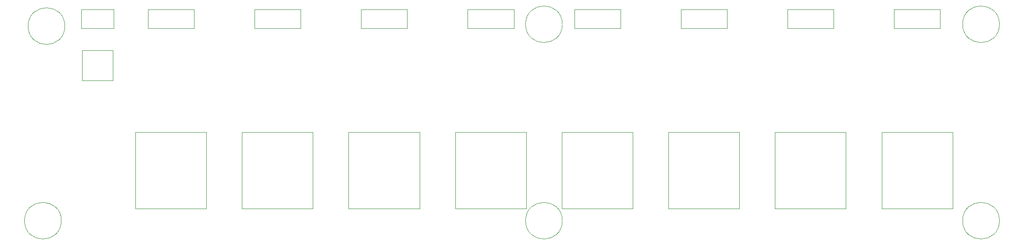
<source format=gbr>
G04 #@! TF.FileFunction,Other,User*
%FSLAX46Y46*%
G04 Gerber Fmt 4.6, Leading zero omitted, Abs format (unit mm)*
G04 Created by KiCad (PCBNEW 4.0.7) date Monday, 21 May 2018 'PMt' 08:29:24 PM*
%MOMM*%
%LPD*%
G01*
G04 APERTURE LIST*
%ADD10C,0.100000*%
%ADD11C,0.050000*%
G04 APERTURE END LIST*
D10*
D11*
X39300000Y-98200000D02*
X33150000Y-98200000D01*
X33150000Y-98200000D02*
X33150000Y-101800000D01*
X33150000Y-101800000D02*
X39300000Y-101800000D01*
X39300000Y-101800000D02*
X39300000Y-98200000D01*
X45700000Y-101800000D02*
X54350000Y-101800000D01*
X54350000Y-101800000D02*
X54350000Y-98200000D01*
X54350000Y-98200000D02*
X45700000Y-98200000D01*
X45700000Y-98200000D02*
X45700000Y-101800000D01*
X65700000Y-101800000D02*
X74350000Y-101800000D01*
X74350000Y-101800000D02*
X74350000Y-98200000D01*
X74350000Y-98200000D02*
X65700000Y-98200000D01*
X65700000Y-98200000D02*
X65700000Y-101800000D01*
X85700000Y-101800000D02*
X94350000Y-101800000D01*
X94350000Y-101800000D02*
X94350000Y-98200000D01*
X94350000Y-98200000D02*
X85700000Y-98200000D01*
X85700000Y-98200000D02*
X85700000Y-101800000D01*
X105700000Y-101800000D02*
X114350000Y-101800000D01*
X114350000Y-101800000D02*
X114350000Y-98200000D01*
X114350000Y-98200000D02*
X105700000Y-98200000D01*
X105700000Y-98200000D02*
X105700000Y-101800000D01*
X125700000Y-101800000D02*
X134350000Y-101800000D01*
X134350000Y-101800000D02*
X134350000Y-98200000D01*
X134350000Y-98200000D02*
X125700000Y-98200000D01*
X125700000Y-98200000D02*
X125700000Y-101800000D01*
X145700000Y-101800000D02*
X154350000Y-101800000D01*
X154350000Y-101800000D02*
X154350000Y-98200000D01*
X154350000Y-98200000D02*
X145700000Y-98200000D01*
X145700000Y-98200000D02*
X145700000Y-101800000D01*
X165700000Y-101800000D02*
X174350000Y-101800000D01*
X174350000Y-101800000D02*
X174350000Y-98200000D01*
X174350000Y-98200000D02*
X165700000Y-98200000D01*
X165700000Y-98200000D02*
X165700000Y-101800000D01*
X185700000Y-101800000D02*
X194350000Y-101800000D01*
X194350000Y-101800000D02*
X194350000Y-98200000D01*
X194350000Y-98200000D02*
X185700000Y-98200000D01*
X185700000Y-98200000D02*
X185700000Y-101800000D01*
X56650000Y-121350000D02*
X43350000Y-121350000D01*
X43350000Y-121350000D02*
X43350000Y-135750000D01*
X43350000Y-135750000D02*
X56650000Y-135750000D01*
X56650000Y-135750000D02*
X56650000Y-121350000D01*
X76650000Y-121350000D02*
X63350000Y-121350000D01*
X63350000Y-121350000D02*
X63350000Y-135750000D01*
X63350000Y-135750000D02*
X76650000Y-135750000D01*
X76650000Y-135750000D02*
X76650000Y-121350000D01*
X96650000Y-121350000D02*
X83350000Y-121350000D01*
X83350000Y-121350000D02*
X83350000Y-135750000D01*
X83350000Y-135750000D02*
X96650000Y-135750000D01*
X96650000Y-135750000D02*
X96650000Y-121350000D01*
X116650000Y-121350000D02*
X103350000Y-121350000D01*
X103350000Y-121350000D02*
X103350000Y-135750000D01*
X103350000Y-135750000D02*
X116650000Y-135750000D01*
X116650000Y-135750000D02*
X116650000Y-121350000D01*
X136650000Y-121350000D02*
X123350000Y-121350000D01*
X123350000Y-121350000D02*
X123350000Y-135750000D01*
X123350000Y-135750000D02*
X136650000Y-135750000D01*
X136650000Y-135750000D02*
X136650000Y-121350000D01*
X156650000Y-121350000D02*
X143350000Y-121350000D01*
X143350000Y-121350000D02*
X143350000Y-135750000D01*
X143350000Y-135750000D02*
X156650000Y-135750000D01*
X156650000Y-135750000D02*
X156650000Y-121350000D01*
X176650000Y-121350000D02*
X163350000Y-121350000D01*
X163350000Y-121350000D02*
X163350000Y-135750000D01*
X163350000Y-135750000D02*
X176650000Y-135750000D01*
X176650000Y-135750000D02*
X176650000Y-121350000D01*
X196650000Y-121350000D02*
X183350000Y-121350000D01*
X183350000Y-121350000D02*
X183350000Y-135750000D01*
X183350000Y-135750000D02*
X196650000Y-135750000D01*
X196650000Y-135750000D02*
X196650000Y-121350000D01*
X29450000Y-138000000D02*
G75*
G03X29450000Y-138000000I-3450000J0D01*
G01*
X205450000Y-101000000D02*
G75*
G03X205450000Y-101000000I-3450000J0D01*
G01*
X30120000Y-101346000D02*
G75*
G03X30120000Y-101346000I-3450000J0D01*
G01*
X205450000Y-138000000D02*
G75*
G03X205450000Y-138000000I-3450000J0D01*
G01*
X123450000Y-101000000D02*
G75*
G03X123450000Y-101000000I-3450000J0D01*
G01*
X123450000Y-138000000D02*
G75*
G03X123450000Y-138000000I-3450000J0D01*
G01*
X39100000Y-111600000D02*
X39100000Y-105900000D01*
X39100000Y-105900000D02*
X33400000Y-105900000D01*
X33400000Y-105900000D02*
X33400000Y-111600000D01*
X33400000Y-111600000D02*
X39100000Y-111600000D01*
M02*

</source>
